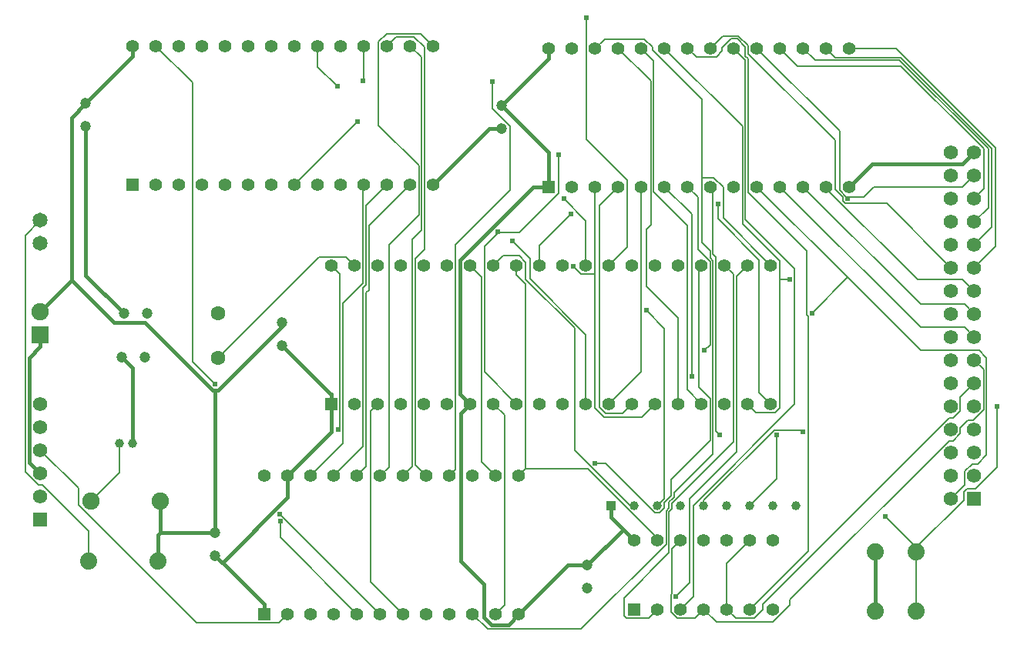
<source format=gbl>
G04 Layer: BottomLayer*
G04 EasyEDA v6.5.39, 2023-12-30 12:54:19*
G04 fb32ffe7bce1468d89b920df2382912b,ced954a3207a4d028f07e6fa70cdf7d5,10*
G04 Gerber Generator version 0.2*
G04 Scale: 100 percent, Rotated: No, Reflected: No *
G04 Dimensions in inches *
G04 leading zeros omitted , absolute positions ,3 integer and 6 decimal *
%FSLAX36Y36*%
%MOIN*%

%ADD10C,0.0060*%
%ADD11C,0.0180*%
%ADD12R,0.0550X0.0550*%
%ADD13C,0.0550*%
%ADD14C,0.0630*%
%ADD15C,0.0470*%
%ADD16C,0.0740*%
%ADD17C,0.0620*%
%ADD18R,0.0620X0.0620*%
%ADD19C,0.0650*%
%ADD20C,0.0750*%
%ADD21C,0.0394*%
%ADD22R,0.0748X0.0748*%
%ADD23C,0.0748*%
%ADD24R,0.0397X0.0397*%
%ADD25C,0.0397*%
%ADD26C,0.0240*%
%ADD27C,0.0191*%

%LPD*%
D10*
X3770000Y-2440000D02*
G01*
X3884099Y-2325900D01*
X3884099Y-2134800D01*
X2170000Y-2910000D02*
G01*
X1736700Y-2476700D01*
X910000Y-2680000D02*
G01*
X910000Y-2550500D01*
X709499Y-2350000D01*
X690500Y-2350000D01*
X633899Y-2293400D01*
X633899Y-1270000D01*
X700000Y-1203800D01*
D11*
X700000Y-1752399D02*
G01*
X652800Y-1799600D01*
X652800Y-2252800D01*
X700000Y-2300000D01*
X700000Y-1700000D02*
G01*
X700000Y-1752399D01*
D10*
X2070000Y-2910000D02*
G01*
X1738800Y-2578800D01*
X1738800Y-2509000D01*
X700000Y-2200000D02*
G01*
X865900Y-2365900D01*
X865900Y-2437300D01*
X1375200Y-2946599D01*
X1733400Y-2946599D01*
X1770000Y-2910000D01*
X1470000Y-1800000D02*
G01*
X1906999Y-1363000D01*
X2023000Y-1363000D01*
X2060000Y-1400000D01*
X3270000Y-2440000D02*
G01*
X3250600Y-2440000D01*
X3010900Y-2200300D01*
X3010900Y-1671700D01*
X2800000Y-1460799D01*
X2800000Y-1387300D01*
X2771800Y-1359099D01*
X2700900Y-1359099D01*
X2660000Y-1400000D01*
X3760000Y-2000000D02*
G01*
X3796999Y-2036999D01*
X3878800Y-2036999D01*
X3899099Y-2016799D01*
X3899099Y-1462500D01*
X3941999Y-1462500D02*
G01*
X3899099Y-1462500D01*
X3899099Y-1462500D02*
G01*
X3899099Y-1380700D01*
X3737899Y-1219499D01*
X3737899Y-797899D01*
X3400000Y-460000D01*
X3460000Y-2000000D02*
G01*
X3460000Y-1628400D01*
X3321999Y-1490399D01*
X3321999Y-1244099D01*
X3341000Y-1225100D01*
X3341000Y-600999D01*
X3200000Y-460000D01*
X3100000Y-1060000D02*
G01*
X3100000Y-1436599D01*
X3100000Y-1436599D02*
G01*
X3100000Y-2019200D01*
X3138599Y-2057800D01*
X3302200Y-2057800D01*
X3360000Y-2000000D01*
X3100000Y-1436599D02*
G01*
X3037799Y-1436599D01*
X3006499Y-1405300D01*
X3300000Y-1060000D02*
G01*
X3300000Y-1860000D01*
X3160000Y-2000000D01*
X2270000Y-2910000D02*
G01*
X2130000Y-2770000D01*
X2130000Y-2030000D01*
X2160000Y-2000000D01*
D11*
X1100000Y-2170000D02*
G01*
X1100000Y-1845999D01*
X1051000Y-1796999D01*
X4740000Y-910000D02*
G01*
X4690000Y-960000D01*
X4300000Y-960000D01*
X4200000Y-1060000D01*
X1670000Y-2910000D02*
G01*
X1670000Y-2867500D01*
X1746999Y-1749000D02*
G01*
X1955500Y-1957500D01*
X1960000Y-1957500D01*
X1960000Y-2000000D02*
G01*
X1960000Y-1957500D01*
X896999Y-799000D02*
G01*
X896999Y-1443000D01*
X1061000Y-1606999D01*
X2696999Y-809000D02*
G01*
X2641000Y-809000D01*
X2400000Y-1050000D01*
X4311000Y-2898000D02*
G01*
X4311000Y-2641999D01*
X1488699Y-2686199D02*
G01*
X1670000Y-2867500D01*
X1456999Y-2659000D02*
G01*
X1484200Y-2686199D01*
X1488699Y-2686199D01*
X1488699Y-2686199D02*
G01*
X1770000Y-2405000D01*
X1770000Y-2310000D01*
X1770000Y-2310000D02*
G01*
X1960000Y-2120000D01*
X1960000Y-2000000D01*
D10*
X1040900Y-2170000D02*
G01*
X1040900Y-2299099D01*
X920000Y-2420000D01*
X4488999Y-2898000D02*
G01*
X4488999Y-2641999D01*
X4488999Y-2641999D02*
G01*
X4488999Y-2621500D01*
X4488999Y-2621500D02*
G01*
X4354200Y-2486599D01*
X4488999Y-2621500D02*
G01*
X4694300Y-2416199D01*
X4694300Y-2380599D01*
X4707600Y-2367300D01*
X4745799Y-2367300D01*
X4838800Y-2274200D01*
X4838800Y-2010000D01*
D11*
X3170000Y-2440000D02*
G01*
X3170000Y-2490000D01*
X3223000Y-2543000D01*
X3223000Y-2543000D02*
G01*
X3270000Y-2590000D01*
X1220000Y-2420000D02*
G01*
X1220000Y-2559000D01*
X1210000Y-2680000D02*
G01*
X1210000Y-2569000D01*
X1220000Y-2559000D01*
X1220000Y-2559000D02*
G01*
X1456999Y-2559000D01*
X3223000Y-2543000D02*
G01*
X3066999Y-2699000D01*
X700000Y-1600000D02*
G01*
X835599Y-1464400D01*
X835599Y-1464400D02*
G01*
X835599Y-760399D01*
X896999Y-699000D01*
X896999Y-699000D02*
G01*
X1100000Y-495999D01*
X1100000Y-450000D01*
X2696999Y-709000D02*
G01*
X2900000Y-505999D01*
X2900000Y-460000D01*
X2696999Y-709000D02*
G01*
X2900000Y-911999D01*
X2900000Y-1060000D01*
X3066999Y-2699000D02*
G01*
X2981000Y-2699000D01*
X2770000Y-2910000D01*
X2560000Y-2000000D02*
G01*
X2520000Y-2040000D01*
X2520000Y-2682600D01*
X2620000Y-2782600D01*
X2620000Y-2925500D01*
X2650699Y-2956199D01*
X2723800Y-2956199D01*
X2770000Y-2910000D01*
X2560000Y-2000000D02*
G01*
X2516300Y-1956300D01*
X2516300Y-1376999D01*
X2833199Y-1060000D01*
X2900000Y-1060000D01*
X1456999Y-2559000D02*
G01*
X1456999Y-1941799D01*
X1746999Y-1649000D02*
G01*
X1746999Y-1663000D01*
X1468199Y-1941799D01*
X1456999Y-1941799D01*
X1456999Y-1941799D02*
G01*
X1445799Y-1941799D01*
X1151499Y-1647500D01*
X1018699Y-1647500D01*
X835599Y-1464400D01*
D10*
X3770000Y-2890000D02*
G01*
X4021599Y-2638400D01*
X4021599Y-1620900D01*
X4016199Y-1615500D01*
X4016199Y-1337300D01*
X3762200Y-1083200D01*
X3762200Y-505000D01*
X3750000Y-492800D01*
X3750000Y-454099D01*
X3714700Y-418699D01*
X3689499Y-418699D01*
X3650000Y-458200D01*
X3650000Y-472300D01*
X3624099Y-498200D01*
X3538199Y-498200D01*
X3500000Y-460000D01*
X4740000Y-1310000D02*
G01*
X4816599Y-1233400D01*
X4816599Y-892699D01*
X4423599Y-499800D01*
X4139799Y-499800D01*
X4100000Y-460000D01*
X2300000Y-450000D02*
G01*
X2349300Y-499299D01*
X2349300Y-1247600D01*
X2310000Y-1286799D01*
X2310000Y-2270000D01*
X2270000Y-2310000D01*
X3200000Y-1060000D02*
G01*
X3118199Y-1141799D01*
X3118199Y-2013299D01*
X3146099Y-2041199D01*
X3218800Y-2041199D01*
X3260000Y-2000000D01*
X4740000Y-1910000D02*
G01*
X4680100Y-1969899D01*
X4680100Y-2029499D01*
X4649600Y-2060000D01*
X4631599Y-2060000D01*
X3824300Y-2867300D01*
X3824300Y-2892500D01*
X3787799Y-2929000D01*
X3708999Y-2929000D01*
X3670000Y-2890000D01*
X3770000Y-2590000D02*
G01*
X3670000Y-2690000D01*
X3670000Y-2890000D01*
X2670000Y-2310000D02*
G01*
X2610000Y-2250000D01*
X2610000Y-1450000D01*
X2560000Y-1400000D01*
X4740000Y-1110000D02*
G01*
X4782500Y-1067600D01*
X4782500Y-895000D01*
X4423599Y-536199D01*
X3976199Y-536199D01*
X3900000Y-460000D01*
X2095799Y-600500D02*
G01*
X2100000Y-596300D01*
X2100000Y-450000D01*
X2656499Y-603200D02*
G01*
X2656499Y-721599D01*
X2732100Y-797199D01*
X2732100Y-1075300D01*
X2496599Y-1310700D01*
X2496599Y-2283400D01*
X2470000Y-2310000D01*
X3600000Y-460000D02*
G01*
X3653400Y-406599D01*
X3719700Y-406599D01*
X3762100Y-449000D01*
X3762100Y-483400D01*
X4137899Y-859099D01*
X4137899Y-1071599D01*
X4170900Y-1104600D01*
X4170900Y-1119800D01*
X4183199Y-1132100D01*
X4362100Y-1132100D01*
X4640000Y-1410000D01*
X4740000Y-1210000D02*
G01*
X4800600Y-1149499D01*
X4800600Y-895999D01*
X4416499Y-511999D01*
X4051999Y-511999D01*
X4000000Y-460000D01*
X2370000Y-2310000D02*
G01*
X2323400Y-2263400D01*
X2323400Y-1369400D01*
X2361400Y-1331399D01*
X2361400Y-454400D01*
X2316999Y-410000D01*
X2240000Y-410000D01*
X2200000Y-450000D01*
X4191999Y-1103099D02*
G01*
X4191999Y-1110999D01*
X4740000Y-1010000D02*
G01*
X4690000Y-1060000D01*
X4305100Y-1060000D01*
X4261999Y-1103099D01*
X4191999Y-1103099D01*
X4191999Y-1103099D02*
G01*
X4186599Y-1103099D01*
X4158599Y-1075199D01*
X4158599Y-818600D01*
X3800000Y-460000D01*
X3560000Y-1400000D02*
G01*
X3550100Y-1409899D01*
X3550100Y-1929000D01*
X3597799Y-1976799D01*
X3597799Y-2156599D01*
X3428199Y-2326199D01*
X3428199Y-2399000D01*
X3399300Y-2427899D01*
X3399300Y-2451700D01*
X3378900Y-2472100D01*
X3358999Y-2472100D01*
X3144200Y-2257300D01*
X3097700Y-2257300D01*
X3570000Y-2440000D02*
G01*
X3570000Y-2419099D01*
X3875399Y-2113699D01*
X3990399Y-2113699D01*
X3998999Y-2122399D01*
X3470000Y-2890000D02*
G01*
X3525000Y-2835000D01*
X3525000Y-2440300D01*
X3963199Y-2001999D01*
X3963199Y-1414600D01*
X3750000Y-1201399D01*
X3750000Y-510000D01*
X3700000Y-460000D01*
X3560000Y-2000000D02*
G01*
X3497899Y-1937899D01*
X3497899Y-1227100D01*
X3353199Y-1082399D01*
X3353199Y-513200D01*
X3300000Y-460000D01*
X3400000Y-1060000D02*
G01*
X3518999Y-1179000D01*
X3518999Y-1881199D01*
X3060000Y-2000000D02*
G01*
X3060000Y-1700900D01*
X2818199Y-1459099D01*
X2818199Y-1369600D01*
X2741499Y-1292899D01*
X4740000Y-1610000D02*
G01*
X4698500Y-1568499D01*
X4508500Y-1568499D01*
X4000000Y-1060000D01*
X2200000Y-1050000D02*
G01*
X2108900Y-1141100D01*
X2108900Y-1484000D01*
X2096800Y-1496100D01*
X2096800Y-2183200D01*
X1970000Y-2310000D01*
X3449600Y-2835300D02*
G01*
X3509499Y-2775300D01*
X3509499Y-2410999D01*
X3712299Y-2208299D01*
X3712299Y-1447699D01*
X3760000Y-1400000D01*
X3100000Y-460000D02*
G01*
X3140600Y-419499D01*
X3313500Y-419499D01*
X3350000Y-455999D01*
X3350000Y-466799D01*
X3562799Y-679600D01*
X3562799Y-1020500D01*
X3860000Y-1400000D02*
G01*
X3655000Y-1195000D01*
X3655000Y-1062300D01*
X3613199Y-1020500D01*
X3562799Y-1020500D01*
X3562799Y-1020500D02*
G01*
X3562799Y-1301999D01*
X3597799Y-1337100D01*
X3597799Y-1367899D01*
X3610000Y-1380100D01*
X3610000Y-2217199D01*
X3441599Y-2385599D01*
X3441599Y-2402800D01*
X3434499Y-2409899D01*
X3434499Y-2409899D01*
X3420000Y-2424299D01*
X3420000Y-2450700D01*
X3407899Y-2462800D01*
X3407899Y-2607199D01*
X3040299Y-2974800D01*
X2634799Y-2974800D01*
X2570000Y-2910000D01*
X3572899Y-1768400D02*
G01*
X3597799Y-1743400D01*
X3597799Y-1385100D01*
X3545200Y-1332399D01*
X3545200Y-1105199D01*
X3500000Y-1060000D01*
X4740000Y-1510000D02*
G01*
X4690000Y-1460000D01*
X4493900Y-1460000D01*
X4100000Y-1066100D01*
X4100000Y-1060000D01*
X2300000Y-1050000D02*
G01*
X2121099Y-1229000D01*
X2121099Y-1506900D01*
X2108900Y-1519099D01*
X2108900Y-2271100D01*
X2070000Y-2310000D01*
X3060000Y-1400000D02*
G01*
X3060000Y-1207199D01*
X2964499Y-1111700D01*
X4740000Y-1410000D02*
G01*
X4833100Y-1316900D01*
X4833100Y-890100D01*
X4403100Y-460000D01*
X4200000Y-460000D01*
X3160000Y-1400000D02*
G01*
X3238199Y-1321799D01*
X3238199Y-1031399D01*
X3062700Y-855900D01*
X3062700Y-328899D01*
X2400000Y-450000D02*
G01*
X2346300Y-396300D01*
X2198400Y-396300D01*
X2163000Y-431700D01*
X2163000Y-793699D01*
X2337100Y-967800D01*
X2337100Y-1181900D01*
X2207100Y-1311900D01*
X2207100Y-2272899D01*
X2170000Y-2310000D01*
X2760000Y-2000000D02*
G01*
X2622200Y-1862199D01*
X2622200Y-1317600D01*
X2681700Y-1258000D01*
X2942299Y-920300D02*
G01*
X2942299Y-1086399D01*
X2770699Y-1258000D01*
X2681700Y-1258000D01*
X2681700Y-1258000D02*
G01*
X2677600Y-1253899D01*
X1200000Y-450000D02*
G01*
X1358699Y-608699D01*
X1358699Y-1816399D01*
X1456999Y-1914699D01*
X1960000Y-1400000D02*
G01*
X1996599Y-1436599D01*
X1996599Y-2101199D01*
X1987299Y-2110500D01*
X3370000Y-2440000D02*
G01*
X3400000Y-2410000D01*
X3400000Y-1673499D01*
X3321199Y-1594600D01*
X2800000Y-2280000D02*
G01*
X3068999Y-2280000D01*
X3370000Y-2580999D01*
X3370000Y-2590000D01*
X2770000Y-2310000D02*
G01*
X2800000Y-2280000D01*
X4740000Y-1810000D02*
G01*
X4781499Y-1851500D01*
X4781499Y-2025199D01*
X4736899Y-2069899D01*
X4713400Y-2069899D01*
X4680100Y-2103200D01*
X4680100Y-2128200D01*
X4648400Y-2160000D01*
X4630500Y-2160000D01*
X3943299Y-2847199D01*
X3943299Y-2869499D01*
X3868199Y-2944699D01*
X3624700Y-2944699D01*
X3570000Y-2890000D01*
X2800000Y-2280000D02*
G01*
X2800000Y-1481300D01*
X2760000Y-1441300D01*
X2760000Y-1400000D01*
X3570000Y-2890000D02*
G01*
X3531000Y-2929000D01*
X3455200Y-2929000D01*
X3428500Y-2902300D01*
X3428500Y-2826500D01*
X3432500Y-2822600D01*
X3432500Y-2627500D01*
X3470000Y-2590000D01*
X4740000Y-1710000D02*
G01*
X4698500Y-1668499D01*
X4508500Y-1668499D01*
X3900000Y-1060000D01*
X2100000Y-1050000D02*
G01*
X2096800Y-1053200D01*
X2096800Y-1477199D01*
X2008699Y-1565300D01*
X2008699Y-2171300D01*
X1870000Y-2310000D01*
X2860000Y-1400000D02*
G01*
X2860000Y-1314800D01*
X2996499Y-1178200D01*
X1900000Y-450000D02*
G01*
X1900000Y-539400D01*
X1984899Y-624299D01*
X3370000Y-2890000D02*
G01*
X3333400Y-2926599D01*
X3234099Y-2926599D01*
X3225299Y-2917800D01*
X3225299Y-2839800D01*
X3420000Y-2645100D01*
X3420000Y-2467899D01*
X3432100Y-2455700D01*
X3432100Y-2429400D01*
X3697600Y-2163899D01*
X3697600Y-1437600D01*
X3660000Y-1400000D01*
X3860000Y-2000000D02*
G01*
X3810000Y-1950000D01*
X3810000Y-1376599D01*
X3631099Y-1197699D01*
X3631099Y-1135900D01*
X3600000Y-1060000D02*
G01*
X3610000Y-1070000D01*
X3610000Y-1352199D01*
X3622100Y-1364299D01*
X3622100Y-2116399D01*
X3638699Y-2132899D01*
X2073500Y-776500D02*
G01*
X1800000Y-1050000D01*
X2670000Y-2910000D02*
G01*
X2707500Y-2872500D01*
X2707500Y-2047500D01*
X2660000Y-2000000D01*
X4192100Y-1452100D02*
G01*
X4037299Y-1606799D01*
X3800000Y-1060000D02*
G01*
X4192100Y-1452100D01*
X4192100Y-1452100D02*
G01*
X4508500Y-1768499D01*
X4761800Y-1768499D01*
X4793599Y-1800399D01*
X4793599Y-2221599D01*
X4755299Y-2260000D01*
X4730400Y-2260000D01*
X4699899Y-2290500D01*
X4699899Y-2350100D01*
X4640000Y-2410000D01*
D12*
G01*
X1960000Y-2000000D03*
D13*
G01*
X2060000Y-2000000D03*
G01*
X2160000Y-2000000D03*
G01*
X2260000Y-2000000D03*
G01*
X2360000Y-2000000D03*
G01*
X2460000Y-2000000D03*
G01*
X2560000Y-2000000D03*
G01*
X2660000Y-2000000D03*
G01*
X2760000Y-2000000D03*
G01*
X2860000Y-2000000D03*
G01*
X2960000Y-2000000D03*
G01*
X3060000Y-2000000D03*
G01*
X3160000Y-2000000D03*
G01*
X3260000Y-2000000D03*
G01*
X3360000Y-2000000D03*
G01*
X3460000Y-2000000D03*
G01*
X3560000Y-2000000D03*
G01*
X3660000Y-2000000D03*
G01*
X3760000Y-2000000D03*
G01*
X3860000Y-2000000D03*
G01*
X3860000Y-1400000D03*
G01*
X3760000Y-1400000D03*
G01*
X3660000Y-1400000D03*
G01*
X3560000Y-1400000D03*
G01*
X3460000Y-1400000D03*
G01*
X3360000Y-1400000D03*
G01*
X3260000Y-1400000D03*
G01*
X3160000Y-1400000D03*
G01*
X3060000Y-1400000D03*
G01*
X2960000Y-1400000D03*
G01*
X2860000Y-1400000D03*
G01*
X2760000Y-1400000D03*
G01*
X2660000Y-1400000D03*
G01*
X2560000Y-1400000D03*
G01*
X2460000Y-1400000D03*
G01*
X2360000Y-1400000D03*
G01*
X2260000Y-1400000D03*
G01*
X2160000Y-1400000D03*
G01*
X2060000Y-1400000D03*
G01*
X1960000Y-1400000D03*
D12*
G01*
X1670000Y-2910000D03*
D13*
G01*
X1770000Y-2910000D03*
G01*
X1870000Y-2910000D03*
G01*
X1970000Y-2910000D03*
G01*
X2070000Y-2910000D03*
G01*
X2170000Y-2910000D03*
G01*
X2270000Y-2910000D03*
G01*
X2370000Y-2910000D03*
G01*
X2470000Y-2910000D03*
G01*
X2570000Y-2910000D03*
G01*
X2670000Y-2910000D03*
G01*
X2770000Y-2910000D03*
G01*
X2770000Y-2310000D03*
G01*
X2670000Y-2310000D03*
G01*
X2570000Y-2310000D03*
G01*
X2470000Y-2310000D03*
G01*
X2370000Y-2310000D03*
G01*
X2270000Y-2310000D03*
G01*
X2170000Y-2310000D03*
G01*
X2070000Y-2310000D03*
G01*
X1970000Y-2310000D03*
G01*
X1870000Y-2310000D03*
G01*
X1770000Y-2310000D03*
G01*
X1670000Y-2310000D03*
D12*
G01*
X2900000Y-1060000D03*
D13*
G01*
X3000000Y-1060000D03*
G01*
X3100000Y-1060000D03*
G01*
X3200000Y-1060000D03*
G01*
X3300000Y-1060000D03*
G01*
X3400000Y-1060000D03*
G01*
X3500000Y-1060000D03*
G01*
X3600000Y-1060000D03*
G01*
X3700000Y-1060000D03*
G01*
X3800000Y-1060000D03*
G01*
X3900000Y-1060000D03*
G01*
X4000000Y-1060000D03*
G01*
X4100000Y-1060000D03*
G01*
X4200000Y-1060000D03*
G01*
X4200000Y-460000D03*
G01*
X4100000Y-460000D03*
G01*
X4000000Y-460000D03*
G01*
X3900000Y-460000D03*
G01*
X3800000Y-460000D03*
G01*
X3700000Y-460000D03*
G01*
X3600000Y-460000D03*
G01*
X3500000Y-460000D03*
G01*
X3400000Y-460000D03*
G01*
X3300000Y-460000D03*
G01*
X3200000Y-460000D03*
G01*
X3100000Y-460000D03*
G01*
X3000000Y-460000D03*
G01*
X2900000Y-460000D03*
D12*
G01*
X1100000Y-1050000D03*
D13*
G01*
X1200000Y-1050000D03*
G01*
X1300000Y-1050000D03*
G01*
X1400000Y-1050000D03*
G01*
X1500000Y-1050000D03*
G01*
X1600000Y-1050000D03*
G01*
X1700000Y-1050000D03*
G01*
X1800000Y-1050000D03*
G01*
X1900000Y-1050000D03*
G01*
X2000000Y-1050000D03*
G01*
X2100000Y-1050000D03*
G01*
X2200000Y-1050000D03*
G01*
X2300000Y-1050000D03*
G01*
X2400000Y-1050000D03*
G01*
X2400000Y-450000D03*
G01*
X2300000Y-450000D03*
G01*
X2200000Y-450000D03*
G01*
X2100000Y-450000D03*
G01*
X2000000Y-450000D03*
G01*
X1900000Y-450000D03*
G01*
X1800000Y-450000D03*
G01*
X1700000Y-450000D03*
G01*
X1600000Y-450000D03*
G01*
X1500000Y-450000D03*
G01*
X1400000Y-450000D03*
G01*
X1300000Y-450000D03*
G01*
X1200000Y-450000D03*
G01*
X1100000Y-450000D03*
D14*
G01*
X1470000Y-1800000D03*
G01*
X1470000Y-1607080D03*
D15*
G01*
X1151000Y-1796999D03*
G01*
X1051000Y-1796999D03*
G01*
X1161000Y-1606999D03*
G01*
X1061000Y-1606999D03*
D16*
G01*
X4488999Y-2641999D03*
G01*
X4488999Y-2898000D03*
G01*
X4311000Y-2641999D03*
G01*
X4311000Y-2898000D03*
D17*
G01*
X700000Y-2000000D03*
G01*
X700000Y-2100000D03*
G01*
X700000Y-2200000D03*
G01*
X700000Y-2300000D03*
G01*
X700000Y-2400000D03*
D18*
G01*
X700000Y-2500000D03*
D15*
G01*
X2696999Y-709000D03*
G01*
X2696999Y-809000D03*
G01*
X896999Y-699000D03*
G01*
X896999Y-799000D03*
G01*
X1746999Y-1649000D03*
G01*
X1746999Y-1749000D03*
G01*
X3066999Y-2699000D03*
G01*
X3066999Y-2799000D03*
G01*
X1456999Y-2559000D03*
G01*
X1456999Y-2659000D03*
D19*
G01*
X700000Y-1203800D03*
G01*
X700000Y-1303800D03*
D16*
G01*
X910000Y-2680000D03*
G01*
X1210000Y-2680000D03*
D18*
G01*
X4740000Y-2410000D03*
D17*
G01*
X4640000Y-2410000D03*
G01*
X4740000Y-2310000D03*
G01*
X4640000Y-2310000D03*
G01*
X4740000Y-2210000D03*
G01*
X4640000Y-2210000D03*
G01*
X4740000Y-2110000D03*
G01*
X4640000Y-2110000D03*
G01*
X4740000Y-2010000D03*
G01*
X4640000Y-2010000D03*
G01*
X4740000Y-1910000D03*
G01*
X4640000Y-1910000D03*
G01*
X4740000Y-1810000D03*
G01*
X4640000Y-1810000D03*
G01*
X4740000Y-1710000D03*
G01*
X4640000Y-1710000D03*
G01*
X4740000Y-1610000D03*
G01*
X4640000Y-1610000D03*
G01*
X4740000Y-1510000D03*
G01*
X4640000Y-1510000D03*
G01*
X4740000Y-1410000D03*
G01*
X4640000Y-1410000D03*
G01*
X4740000Y-1310000D03*
G01*
X4640000Y-1310000D03*
G01*
X4740000Y-1210000D03*
G01*
X4640000Y-1210000D03*
G01*
X4740000Y-1110000D03*
G01*
X4640000Y-1110000D03*
G01*
X4740000Y-1010000D03*
G01*
X4640000Y-1010000D03*
G01*
X4740000Y-910000D03*
G01*
X4640000Y-910000D03*
D20*
G01*
X920000Y-2420000D03*
G01*
X1220000Y-2420000D03*
D21*
G01*
X1100000Y-2170000D03*
G01*
X1040900Y-2170000D03*
D12*
G01*
X3270000Y-2890000D03*
D13*
G01*
X3370000Y-2890000D03*
G01*
X3470000Y-2890000D03*
G01*
X3570000Y-2890000D03*
G01*
X3670000Y-2890000D03*
G01*
X3770000Y-2890000D03*
G01*
X3870000Y-2890000D03*
G01*
X3870000Y-2590000D03*
G01*
X3770000Y-2590000D03*
G01*
X3670000Y-2590000D03*
G01*
X3570000Y-2590000D03*
G01*
X3470000Y-2590000D03*
G01*
X3370000Y-2590000D03*
G01*
X3270000Y-2590000D03*
D22*
G01*
X700000Y-1700000D03*
D23*
G01*
X700000Y-1600000D03*
D24*
G01*
X3169949Y-2439949D03*
D25*
G01*
X3270000Y-2440000D03*
G01*
X3370000Y-2440000D03*
G01*
X3470000Y-2440000D03*
G01*
X3570000Y-2440000D03*
G01*
X3670000Y-2440000D03*
G01*
X3770000Y-2440000D03*
G01*
X3870000Y-2440000D03*
G01*
X3970000Y-2440000D03*
D26*
G01*
X4037299Y-1606799D03*
G01*
X2073500Y-776500D03*
G01*
X3638699Y-2132899D03*
G01*
X3631099Y-1135900D03*
G01*
X1984899Y-624299D03*
G01*
X2996499Y-1178200D03*
G01*
X3321199Y-1594600D03*
G01*
X1987299Y-2110500D03*
G01*
X1456999Y-1914699D03*
G01*
X2677600Y-1253899D03*
G01*
X2942299Y-920300D03*
G01*
X3062700Y-328899D03*
G01*
X2964499Y-1111700D03*
G01*
X3572899Y-1768400D03*
G01*
X3449600Y-2835300D03*
G01*
X2741499Y-1292899D03*
G01*
X3518999Y-1881199D03*
G01*
X3998999Y-2122399D03*
G01*
X3097700Y-2257300D03*
G01*
X4191999Y-1110999D03*
G01*
X2656499Y-603200D03*
G01*
X2095799Y-600500D03*
G01*
X4838800Y-2010000D03*
G01*
X4354200Y-2486599D03*
G01*
X3006499Y-1405300D03*
G01*
X3941999Y-1462500D03*
G01*
X1738800Y-2509000D03*
G01*
X1736700Y-2476700D03*
G01*
X3884099Y-2134800D03*
M02*

</source>
